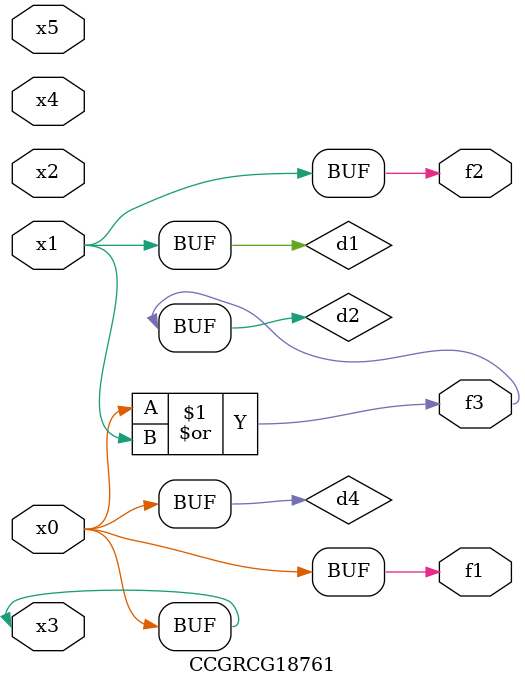
<source format=v>
module CCGRCG18761(
	input x0, x1, x2, x3, x4, x5,
	output f1, f2, f3
);

	wire d1, d2, d3, d4;

	and (d1, x1);
	or (d2, x0, x1);
	nand (d3, x0, x5);
	buf (d4, x0, x3);
	assign f1 = d4;
	assign f2 = d1;
	assign f3 = d2;
endmodule

</source>
